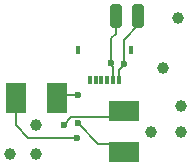
<source format=gtl>
G04*
G04 #@! TF.GenerationSoftware,Altium Limited,Altium Designer,23.10.1 (27)*
G04*
G04 Layer_Physical_Order=1*
G04 Layer_Color=255*
%FSLAX25Y25*%
%MOIN*%
G70*
G04*
G04 #@! TF.SameCoordinates,51DF8756-C7FE-4A26-B6EC-ED2339CC954E*
G04*
G04*
G04 #@! TF.FilePolarity,Positive*
G04*
G01*
G75*
%ADD10C,0.00787*%
%ADD12R,0.07087X0.09843*%
G04:AMPARAMS|DCode=13|XSize=39.37mil|YSize=78.74mil|CornerRadius=9.84mil|HoleSize=0mil|Usage=FLASHONLY|Rotation=0.000|XOffset=0mil|YOffset=0mil|HoleType=Round|Shape=RoundedRectangle|*
%AMROUNDEDRECTD13*
21,1,0.03937,0.05906,0,0,0.0*
21,1,0.01968,0.07874,0,0,0.0*
1,1,0.01968,0.00984,-0.02953*
1,1,0.01968,-0.00984,-0.02953*
1,1,0.01968,-0.00984,0.02953*
1,1,0.01968,0.00984,0.02953*
%
%ADD13ROUNDEDRECTD13*%
%ADD14R,0.01575X0.03150*%
%ADD15R,0.01181X0.03150*%
%ADD16R,0.09843X0.07087*%
%ADD24C,0.01500*%
%ADD25C,0.03937*%
%ADD26C,0.02362*%
D10*
X-208661Y25197D02*
X-206102Y27756D01*
X-192913D01*
X-224606Y34055D02*
Y38386D01*
Y25000D02*
Y34055D01*
Y25000D02*
X-220472Y20866D01*
X-204331D01*
X-190157Y30512D02*
Y31496D01*
X-192913Y27756D02*
X-190157Y30512D01*
X-203937Y25591D02*
X-197085Y18738D01*
X-210827Y38189D02*
X-207677Y35039D01*
X-210827Y38189D02*
Y38386D01*
X-207677Y35039D02*
X-203937D01*
X-191339Y55512D02*
Y61417D01*
X-192913Y53937D02*
X-191339Y55512D01*
X-192913Y45669D02*
Y53937D01*
X-188583Y53543D02*
X-183465Y58661D01*
X-188583Y45276D02*
Y53543D01*
X-192126Y40157D02*
Y44456D01*
X-192913Y45243D02*
X-192126Y44456D01*
X-192913Y45243D02*
Y45669D01*
X-190157Y43510D02*
X-188583Y45085D01*
X-190157Y40157D02*
Y43510D01*
X-188583Y45085D02*
Y45276D01*
X-197085Y18738D02*
X-191179D01*
D12*
X-224606Y34055D02*
D03*
X-210827D02*
D03*
D13*
X-191339Y61417D02*
D03*
X-183858D02*
D03*
D14*
X-186221Y50000D02*
D03*
X-203937D02*
D03*
D15*
X-198031Y40157D02*
D03*
X-196063D02*
D03*
X-194095D02*
D03*
X-200000D02*
D03*
X-192126D02*
D03*
X-190157D02*
D03*
D16*
X-188386Y29724D02*
D03*
X-188386Y15945D02*
D03*
D24*
X-191179Y18738D02*
X-188386Y15945D01*
X-190157Y31496D02*
X-188386Y29724D01*
D25*
X-226378Y15354D02*
D03*
X-217717D02*
D03*
Y25197D02*
D03*
X-175394Y44094D02*
D03*
X-170374Y60728D02*
D03*
X-179528Y22835D02*
D03*
X-169685Y22835D02*
D03*
Y31496D02*
D03*
D26*
X-208661Y25197D02*
D03*
X-203937Y25591D02*
D03*
X-204331Y20866D02*
D03*
X-203937Y35039D02*
D03*
X-192913Y45669D02*
D03*
X-188583Y45276D02*
D03*
M02*

</source>
